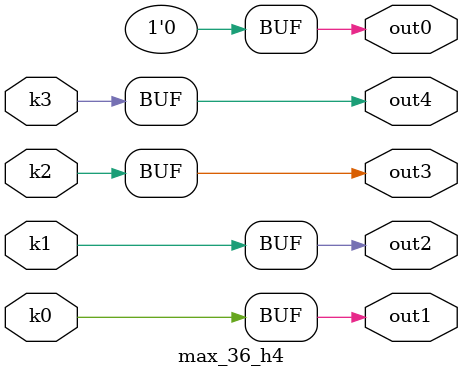
<source format=v>
module max_36(pi00, pi01, pi02, pi03, pi04, pi05, pi06, pi07, pi08, pi09, po0, po1, po2, po3, po4);
input pi00, pi01, pi02, pi03, pi04, pi05, pi06, pi07, pi08, pi09;
output po0, po1, po2, po3, po4;
wire k0, k1, k2, k3;
max_36_w4 DUT1 (pi00, pi01, pi02, pi03, pi04, pi05, pi06, pi07, pi08, pi09, k0, k1, k2, k3);
max_36_h4 DUT2 (k0, k1, k2, k3, po0, po1, po2, po3, po4);
endmodule

module max_36_w4(in9, in8, in7, in6, in5, in4, in3, in2, in1, in0, k3, k2, k1, k0);
input in9, in8, in7, in6, in5, in4, in3, in2, in1, in0;
output k3, k2, k1, k0;
assign k0 =   in0 ? ~in8 : ~in4;
assign k1 =   in0 ? ~in6 : ~in2;
assign k2 =   in0 ? ~in9 : ~in5;
assign k3 =   (((~in8 | (in4 & (in5 | ~in9))) & (in4 | in5 | ~in9)) | (~in6 & in2) | (~in7 & in3)) & (~in7 | in3 | (~in6 & in2)) & ~in1 & (~in6 | in2);
endmodule

module max_36_h4(k3, k2, k1, k0, out4, out3, out2, out1, out0);
input k3, k2, k1, k0;
output out4, out3, out2, out1, out0;
assign out0 = 0;
assign out1 = k0;
assign out2 = k1;
assign out3 = k2;
assign out4 = k3;
endmodule

</source>
